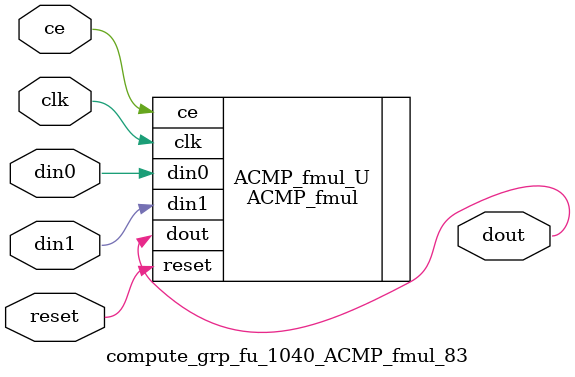
<source format=v>

`timescale 1 ns / 1 ps
module compute_grp_fu_1040_ACMP_fmul_83(
    clk,
    reset,
    ce,
    din0,
    din1,
    dout);

parameter ID = 32'd1;
parameter NUM_STAGE = 32'd1;
parameter din0_WIDTH = 32'd1;
parameter din1_WIDTH = 32'd1;
parameter dout_WIDTH = 32'd1;
input clk;
input reset;
input ce;
input[din0_WIDTH - 1:0] din0;
input[din1_WIDTH - 1:0] din1;
output[dout_WIDTH - 1:0] dout;



ACMP_fmul #(
.ID( ID ),
.NUM_STAGE( 4 ),
.din0_WIDTH( din0_WIDTH ),
.din1_WIDTH( din1_WIDTH ),
.dout_WIDTH( dout_WIDTH ))
ACMP_fmul_U(
    .clk( clk ),
    .reset( reset ),
    .ce( ce ),
    .din0( din0 ),
    .din1( din1 ),
    .dout( dout ));

endmodule

</source>
